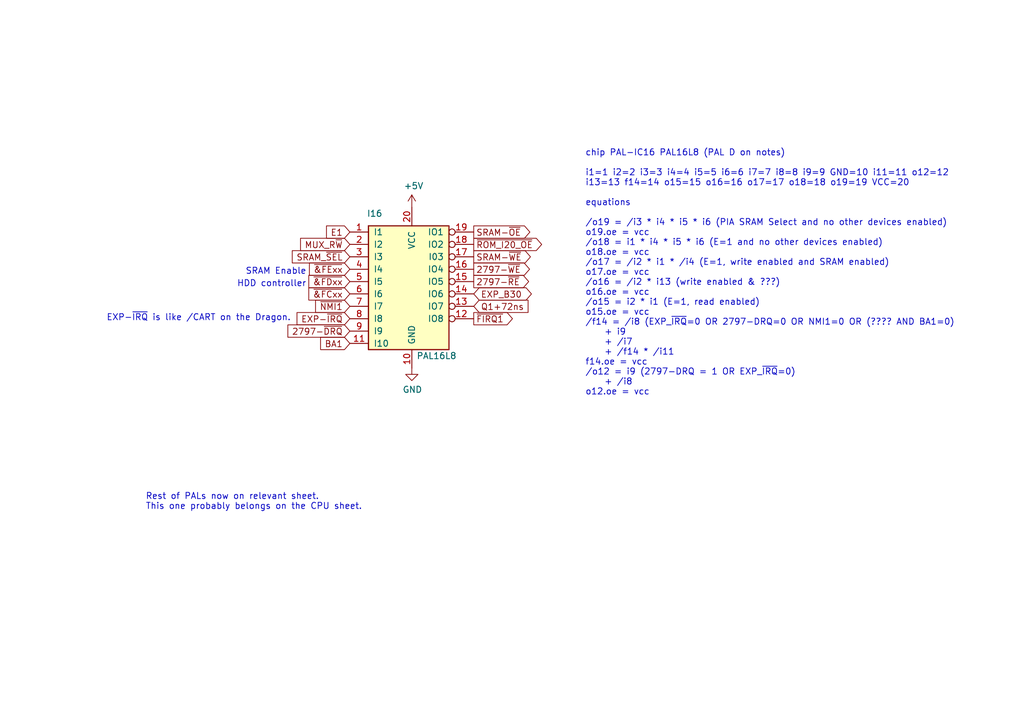
<source format=kicad_sch>
(kicad_sch (version 20211123) (generator eeschema)

  (uuid 163cdeae-7841-4f2c-b738-e36b081d5e19)

  (paper "A5")

  (title_block
    (title "PALs")
    (date "2022-06-08")
    (rev "0.2")
    (company "DragonPlus Electronics")
    (comment 1 "John Whitworth")
    (comment 3 "including Richard Harding's Dragon Beta PCB images.")
    (comment 4 "Reverse Engineering of Dragon Beta from various sources")
  )

  (lib_symbols
    (symbol "Logic_Programmable:PAL16L8" (pin_names (offset 1.016)) (in_bom yes) (on_board yes)
      (property "Reference" "U" (id 0) (at -8.89 16.51 0)
        (effects (font (size 1.27 1.27)) (justify left))
      )
      (property "Value" "PAL16L8" (id 1) (at 1.27 16.51 0)
        (effects (font (size 1.27 1.27)) (justify left))
      )
      (property "Footprint" "" (id 2) (at 0 0 0)
        (effects (font (size 1.27 1.27)) hide)
      )
      (property "Datasheet" "" (id 3) (at 0 0 0)
        (effects (font (size 1.27 1.27)) hide)
      )
      (property "ki_keywords" "PAL PLD 16L8" (id 4) (at 0 0 0)
        (effects (font (size 1.27 1.27)) hide)
      )
      (property "ki_description" "Programmable Logic Array, DIP-20" (id 5) (at 0 0 0)
        (effects (font (size 1.27 1.27)) hide)
      )
      (property "ki_fp_filters" "DIP* PDIP*" (id 6) (at 0 0 0)
        (effects (font (size 1.27 1.27)) hide)
      )
      (symbol "PAL16L8_0_0"
        (pin power_in line (at 0 -15.24 90) (length 3.81)
          (name "GND" (effects (font (size 1.27 1.27))))
          (number "10" (effects (font (size 1.27 1.27))))
        )
        (pin power_in line (at 0 17.78 270) (length 3.81)
          (name "VCC" (effects (font (size 1.27 1.27))))
          (number "20" (effects (font (size 1.27 1.27))))
        )
      )
      (symbol "PAL16L8_0_1"
        (rectangle (start -8.89 13.97) (end 7.62 -11.43)
          (stroke (width 0.254) (type default) (color 0 0 0 0))
          (fill (type background))
        )
      )
      (symbol "PAL16L8_1_1"
        (pin input line (at -12.7 12.7 0) (length 3.81)
          (name "I1" (effects (font (size 1.27 1.27))))
          (number "1" (effects (font (size 1.27 1.27))))
        )
        (pin input line (at -12.7 -10.16 0) (length 3.81)
          (name "I10" (effects (font (size 1.27 1.27))))
          (number "11" (effects (font (size 1.27 1.27))))
        )
        (pin tri_state inverted (at 12.7 -5.08 180) (length 5.08)
          (name "IO8" (effects (font (size 1.27 1.27))))
          (number "12" (effects (font (size 1.27 1.27))))
        )
        (pin tri_state inverted (at 12.7 -2.54 180) (length 5.08)
          (name "IO7" (effects (font (size 1.27 1.27))))
          (number "13" (effects (font (size 1.27 1.27))))
        )
        (pin tri_state inverted (at 12.7 0 180) (length 5.08)
          (name "IO6" (effects (font (size 1.27 1.27))))
          (number "14" (effects (font (size 1.27 1.27))))
        )
        (pin tri_state inverted (at 12.7 2.54 180) (length 5.08)
          (name "IO5" (effects (font (size 1.27 1.27))))
          (number "15" (effects (font (size 1.27 1.27))))
        )
        (pin tri_state inverted (at 12.7 5.08 180) (length 5.08)
          (name "IO4" (effects (font (size 1.27 1.27))))
          (number "16" (effects (font (size 1.27 1.27))))
        )
        (pin tri_state inverted (at 12.7 7.62 180) (length 5.08)
          (name "I03" (effects (font (size 1.27 1.27))))
          (number "17" (effects (font (size 1.27 1.27))))
        )
        (pin tri_state inverted (at 12.7 10.16 180) (length 5.08)
          (name "IO2" (effects (font (size 1.27 1.27))))
          (number "18" (effects (font (size 1.27 1.27))))
        )
        (pin tri_state inverted (at 12.7 12.7 180) (length 5.08)
          (name "IO1" (effects (font (size 1.27 1.27))))
          (number "19" (effects (font (size 1.27 1.27))))
        )
        (pin input line (at -12.7 10.16 0) (length 3.81)
          (name "I2" (effects (font (size 1.27 1.27))))
          (number "2" (effects (font (size 1.27 1.27))))
        )
        (pin input line (at -12.7 7.62 0) (length 3.81)
          (name "I3" (effects (font (size 1.27 1.27))))
          (number "3" (effects (font (size 1.27 1.27))))
        )
        (pin input line (at -12.7 5.08 0) (length 3.81)
          (name "I4" (effects (font (size 1.27 1.27))))
          (number "4" (effects (font (size 1.27 1.27))))
        )
        (pin input line (at -12.7 2.54 0) (length 3.81)
          (name "I5" (effects (font (size 1.27 1.27))))
          (number "5" (effects (font (size 1.27 1.27))))
        )
        (pin input line (at -12.7 0 0) (length 3.81)
          (name "I6" (effects (font (size 1.27 1.27))))
          (number "6" (effects (font (size 1.27 1.27))))
        )
        (pin input line (at -12.7 -2.54 0) (length 3.81)
          (name "I7" (effects (font (size 1.27 1.27))))
          (number "7" (effects (font (size 1.27 1.27))))
        )
        (pin input line (at -12.7 -5.08 0) (length 3.81)
          (name "I8" (effects (font (size 1.27 1.27))))
          (number "8" (effects (font (size 1.27 1.27))))
        )
        (pin input line (at -12.7 -7.62 0) (length 3.81)
          (name "I9" (effects (font (size 1.27 1.27))))
          (number "9" (effects (font (size 1.27 1.27))))
        )
      )
    )
    (symbol "power:+5V" (power) (pin_names (offset 0)) (in_bom yes) (on_board yes)
      (property "Reference" "#PWR" (id 0) (at 0 -3.81 0)
        (effects (font (size 1.27 1.27)) hide)
      )
      (property "Value" "+5V" (id 1) (at 0 3.556 0)
        (effects (font (size 1.27 1.27)))
      )
      (property "Footprint" "" (id 2) (at 0 0 0)
        (effects (font (size 1.27 1.27)) hide)
      )
      (property "Datasheet" "" (id 3) (at 0 0 0)
        (effects (font (size 1.27 1.27)) hide)
      )
      (property "ki_keywords" "power-flag" (id 4) (at 0 0 0)
        (effects (font (size 1.27 1.27)) hide)
      )
      (property "ki_description" "Power symbol creates a global label with name \"+5V\"" (id 5) (at 0 0 0)
        (effects (font (size 1.27 1.27)) hide)
      )
      (symbol "+5V_0_1"
        (polyline
          (pts
            (xy -0.762 1.27)
            (xy 0 2.54)
          )
          (stroke (width 0) (type default) (color 0 0 0 0))
          (fill (type none))
        )
        (polyline
          (pts
            (xy 0 0)
            (xy 0 2.54)
          )
          (stroke (width 0) (type default) (color 0 0 0 0))
          (fill (type none))
        )
        (polyline
          (pts
            (xy 0 2.54)
            (xy 0.762 1.27)
          )
          (stroke (width 0) (type default) (color 0 0 0 0))
          (fill (type none))
        )
      )
      (symbol "+5V_1_1"
        (pin power_in line (at 0 0 90) (length 0) hide
          (name "+5V" (effects (font (size 1.27 1.27))))
          (number "1" (effects (font (size 1.27 1.27))))
        )
      )
    )
    (symbol "power:GND" (power) (pin_names (offset 0)) (in_bom yes) (on_board yes)
      (property "Reference" "#PWR" (id 0) (at 0 -6.35 0)
        (effects (font (size 1.27 1.27)) hide)
      )
      (property "Value" "GND" (id 1) (at 0 -3.81 0)
        (effects (font (size 1.27 1.27)))
      )
      (property "Footprint" "" (id 2) (at 0 0 0)
        (effects (font (size 1.27 1.27)) hide)
      )
      (property "Datasheet" "" (id 3) (at 0 0 0)
        (effects (font (size 1.27 1.27)) hide)
      )
      (property "ki_keywords" "power-flag" (id 4) (at 0 0 0)
        (effects (font (size 1.27 1.27)) hide)
      )
      (property "ki_description" "Power symbol creates a global label with name \"GND\" , ground" (id 5) (at 0 0 0)
        (effects (font (size 1.27 1.27)) hide)
      )
      (symbol "GND_0_1"
        (polyline
          (pts
            (xy 0 0)
            (xy 0 -1.27)
            (xy 1.27 -1.27)
            (xy 0 -2.54)
            (xy -1.27 -1.27)
            (xy 0 -1.27)
          )
          (stroke (width 0) (type default) (color 0 0 0 0))
          (fill (type none))
        )
      )
      (symbol "GND_1_1"
        (pin power_in line (at 0 0 270) (length 0) hide
          (name "GND" (effects (font (size 1.27 1.27))))
          (number "1" (effects (font (size 1.27 1.27))))
        )
      )
    )
  )


  (text "SRAM Enable" (at 62.865 56.515 180)
    (effects (font (size 1.27 1.27)) (justify right bottom))
    (uuid 3761cd20-c69a-474c-91fc-894b62d3ac1f)
  )
  (text "chip PAL-IC16 PAL16L8 (PAL D on notes)\n\ni1=1 i2=2 i3=3 i4=4 i5=5 i6=6 i7=7 i8=8 i9=9 GND=10 i11=11 o12=12 \ni13=13 f14=14 o15=15 o16=16 o17=17 o18=18 o19=19 VCC=20 \n\nequations\n\n/o19 = /i3 * i4 * i5 * i6 (PIA SRAM Select and no other devices enabled)\no19.oe = vcc\n/o18 = i1 * i4 * i5 * i6 (E=1 and no other devices enabled)\no18.oe = vcc\n/o17 = /i2 * i1 * /i4 (E=1, write enabled and SRAM enabled)\no17.oe = vcc\n/o16 = /i2 * i13 (write enabled & ???)\no16.oe = vcc\n/o15 = i2 * i1 (E=1, read enabled)\no15.oe = vcc\n/f14 = /i8 (EXP_~{IRQ}=0 OR 2797-DRQ=0 OR NMI1=0 OR (???? AND BA1=0)\n    + i9\n    + /i7\n    + /f14 * /i11\nf14.oe = vcc\n/o12 = i9 (2797-DRQ = 1 OR EXP_~{IRQ}=0)\n    + /i8\no12.oe = vcc"
    (at 120.015 81.28 0)
    (effects (font (size 1.27 1.27)) (justify left bottom))
    (uuid 96256aed-7e48-4de7-8194-5f108d8d27e1)
  )
  (text "Rest of PALs now on relevant sheet.\nThis one probably belongs on the CPU sheet."
    (at 29.845 104.775 0)
    (effects (font (size 1.27 1.27)) (justify left bottom))
    (uuid e47ae6ca-18b7-4734-ac68-9b9b90892221)
  )
  (text "HDD controller" (at 62.865 59.055 180)
    (effects (font (size 1.27 1.27)) (justify right bottom))
    (uuid f8fe8e2a-77de-46d2-87d3-4311f06e423e)
  )
  (text "EXP-~{IRQ} is like /CART on the Dragon." (at 59.69 66.04 180)
    (effects (font (size 1.27 1.27)) (justify right bottom))
    (uuid fe8e0a44-979d-4339-b38b-3c215fb0caa1)
  )

  (global_label "~{&FDxx}" (shape input) (at 71.755 57.785 180) (fields_autoplaced)
    (effects (font (size 1.27 1.27)) (justify right))
    (uuid 0d0ef83e-1209-419f-9498-88bf85b13457)
    (property "Intersheet References" "${INTERSHEET_REFS}" (id 0) (at 63.4437 57.7056 0)
      (effects (font (size 1.27 1.27)) (justify right) hide)
    )
  )
  (global_label "E1" (shape input) (at 71.755 47.625 180) (fields_autoplaced)
    (effects (font (size 1.27 1.27)) (justify right))
    (uuid 0f36cf76-0c60-4294-9074-5de7ed34453a)
    (property "Intersheet References" "${INTERSHEET_REFS}" (id 0) (at 67.0722 47.5456 0)
      (effects (font (size 1.27 1.27)) (justify right) hide)
    )
  )
  (global_label "EXP_B30" (shape bidirectional) (at 97.155 60.325 0) (fields_autoplaced)
    (effects (font (size 1.27 1.27)) (justify left))
    (uuid 11526b27-64ca-4a25-b7a7-99829444e94d)
    (property "Intersheet References" "${INTERSHEET_REFS}" (id 0) (at 107.7644 60.2456 0)
      (effects (font (size 1.27 1.27)) (justify left) hide)
    )
  )
  (global_label "BA1" (shape input) (at 71.755 70.485 180) (fields_autoplaced)
    (effects (font (size 1.27 1.27)) (justify right))
    (uuid 1d5d6693-eda1-423e-a563-7a2114f51108)
    (property "Intersheet References" "${INTERSHEET_REFS}" (id 0) (at 65.8627 70.5644 0)
      (effects (font (size 1.27 1.27)) (justify right) hide)
    )
  )
  (global_label "2797-~{DRQ}" (shape input) (at 71.755 67.945 180) (fields_autoplaced)
    (effects (font (size 1.27 1.27)) (justify right))
    (uuid 1f92bed2-89a8-41c9-b068-d1372bdda73f)
    (property "Intersheet References" "${INTERSHEET_REFS}" (id 0) (at 59.1498 68.0244 0)
      (effects (font (size 1.27 1.27)) (justify right) hide)
    )
  )
  (global_label "~{ROM_I20_OE}" (shape output) (at 97.155 50.165 0) (fields_autoplaced)
    (effects (font (size 1.27 1.27)) (justify left))
    (uuid 2197dbae-82a7-4488-b5e7-b60b29c3d9f2)
    (property "Intersheet References" "${INTERSHEET_REFS}" (id 0) (at 110.9697 50.0856 0)
      (effects (font (size 1.27 1.27)) (justify left) hide)
    )
  )
  (global_label "~{NMI1}" (shape input) (at 71.755 62.865 180) (fields_autoplaced)
    (effects (font (size 1.27 1.27)) (justify right))
    (uuid 2f7eca62-eda8-4688-8943-eef709bd7317)
    (property "Intersheet References" "${INTERSHEET_REFS}" (id 0) (at 64.8346 62.7856 0)
      (effects (font (size 1.27 1.27)) (justify right) hide)
    )
  )
  (global_label "~{&FExx}" (shape input) (at 71.755 55.245 180) (fields_autoplaced)
    (effects (font (size 1.27 1.27)) (justify right))
    (uuid 38766a90-faac-46f1-9df8-a3947c2d58e5)
    (property "Intersheet References" "${INTERSHEET_REFS}" (id 0) (at 63.5646 55.1656 0)
      (effects (font (size 1.27 1.27)) (justify right) hide)
    )
  )
  (global_label "SRAM_~{SEL}" (shape input) (at 71.755 52.705 180) (fields_autoplaced)
    (effects (font (size 1.27 1.27)) (justify right))
    (uuid 50e19b5c-2a82-4ea0-ba7e-aa7fabf64792)
    (property "Intersheet References" "${INTERSHEET_REFS}" (id 0) (at 60.057 52.7844 0)
      (effects (font (size 1.27 1.27)) (justify right) hide)
    )
  )
  (global_label "EXP-~{IRQ}" (shape input) (at 71.755 65.405 180) (fields_autoplaced)
    (effects (font (size 1.27 1.27)) (justify right))
    (uuid 545f3e2b-a1d7-4e03-907c-7f7883ed3076)
    (property "Intersheet References" "${INTERSHEET_REFS}" (id 0) (at 61.0246 65.3256 0)
      (effects (font (size 1.27 1.27)) (justify right) hide)
    )
  )
  (global_label "SRAM-~{WE}" (shape output) (at 97.155 52.705 0) (fields_autoplaced)
    (effects (font (size 1.27 1.27)) (justify left))
    (uuid 5cab06cf-94fa-4c5d-abc1-110cb0208f01)
    (property "Intersheet References" "${INTERSHEET_REFS}" (id 0) (at 108.6716 52.6256 0)
      (effects (font (size 1.27 1.27)) (justify left) hide)
    )
  )
  (global_label "~{FIRQ1}" (shape output) (at 97.155 65.405 0) (fields_autoplaced)
    (effects (font (size 1.27 1.27)) (justify left))
    (uuid 7e7b977a-e842-40e6-a864-72896bacc217)
    (property "Intersheet References" "${INTERSHEET_REFS}" (id 0) (at 104.9825 65.3256 0)
      (effects (font (size 1.27 1.27)) (justify left) hide)
    )
  )
  (global_label "MUX_R~{W}" (shape input) (at 71.755 50.165 180) (fields_autoplaced)
    (effects (font (size 1.27 1.27)) (justify right))
    (uuid 8f0e1ea6-d278-4117-9e02-aaadcc59362e)
    (property "Intersheet References" "${INTERSHEET_REFS}" (id 0) (at -135.255 17.145 0)
      (effects (font (size 1.27 1.27)) hide)
    )
  )
  (global_label "2797-~{RE}" (shape output) (at 97.155 57.785 0) (fields_autoplaced)
    (effects (font (size 1.27 1.27)) (justify left))
    (uuid 8f4e95b5-16d4-4332-96a6-066913667a9e)
    (property "Intersheet References" "${INTERSHEET_REFS}" (id 0) (at 108.3087 57.7056 0)
      (effects (font (size 1.27 1.27)) (justify left) hide)
    )
  )
  (global_label "~{&FCxx}" (shape input) (at 71.755 60.325 180) (fields_autoplaced)
    (effects (font (size 1.27 1.27)) (justify right))
    (uuid 9b356aa1-742b-401d-b565-abb7eb6bcb5b)
    (property "Intersheet References" "${INTERSHEET_REFS}" (id 0) (at 63.4437 60.2456 0)
      (effects (font (size 1.27 1.27)) (justify right) hide)
    )
  )
  (global_label "SRAM-~{OE}" (shape output) (at 97.155 47.625 0) (fields_autoplaced)
    (effects (font (size 1.27 1.27)) (justify left))
    (uuid a5e505c0-c0af-4f61-a9d4-cf031c548012)
    (property "Intersheet References" "${INTERSHEET_REFS}" (id 0) (at 108.5506 47.5456 0)
      (effects (font (size 1.27 1.27)) (justify left) hide)
    )
  )
  (global_label "2797-~{WE}" (shape output) (at 97.155 55.245 0) (fields_autoplaced)
    (effects (font (size 1.27 1.27)) (justify left))
    (uuid e8ce0cfa-6256-40de-bd64-01db088ea4f1)
    (property "Intersheet References" "${INTERSHEET_REFS}" (id 0) (at 108.4902 55.1656 0)
      (effects (font (size 1.27 1.27)) (justify left) hide)
    )
  )
  (global_label "Q1+72ns" (shape input) (at 97.155 62.865 0) (fields_autoplaced)
    (effects (font (size 1.27 1.27)) (justify left))
    (uuid efc821e5-6f80-4548-b3c8-0b67eb09459f)
    (property "Intersheet References" "${INTERSHEET_REFS}" (id 0) (at 108.1878 62.7856 0)
      (effects (font (size 1.27 1.27)) (justify left) hide)
    )
  )

  (symbol (lib_id "Logic_Programmable:PAL16L8") (at 84.455 60.325 0) (unit 1)
    (in_bom yes) (on_board yes)
    (uuid 00000000-0000-0000-0000-00006186850f)
    (property "Reference" "I16" (id 0) (at 76.835 43.815 0))
    (property "Value" "PAL16L8" (id 1) (at 89.535 73.025 0))
    (property "Footprint" "Package_DIP:DIP-20_W7.62mm" (id 2) (at 84.455 60.325 0)
      (effects (font (size 1.27 1.27)) hide)
    )
    (property "Datasheet" "" (id 3) (at 84.455 60.325 0)
      (effects (font (size 1.27 1.27)) hide)
    )
    (pin "10" (uuid e0eb3519-e476-4db3-9e8f-7d65c7a0b8de))
    (pin "20" (uuid 317f7114-c246-427f-b313-05a2e48a5177))
    (pin "1" (uuid 998a76c6-6c92-4d98-8874-19f805f74304))
    (pin "11" (uuid b561f71d-48d3-4d9c-87b9-0e460e322c06))
    (pin "12" (uuid 8b8ab9f9-9923-4d55-a714-7802b5246781))
    (pin "13" (uuid 5415bf05-f64f-4e38-8fd7-edaa7c742d24))
    (pin "14" (uuid 95d8fdba-9829-48e8-8982-c38e02f78daf))
    (pin "15" (uuid ad641fc3-64dd-4d7c-93f2-37121046aaf4))
    (pin "16" (uuid 13acba29-8d9d-4a74-96b1-a85ed83b6de6))
    (pin "17" (uuid e177c647-07a8-4c4a-ad90-6573f59ada2e))
    (pin "18" (uuid bc48d1f3-b07a-42c5-bf75-83cbac4fea87))
    (pin "19" (uuid 5575cf14-8232-46c8-9473-3d6174d2fe35))
    (pin "2" (uuid a5b9f1d6-cea4-468e-a5f1-ae383f7a1fe0))
    (pin "3" (uuid 4d0cfc25-6ee4-46e1-8faa-4c23fc7f9e76))
    (pin "4" (uuid c4189b9c-2acf-4204-b82c-64f9fb9afd5b))
    (pin "5" (uuid 93d2e9a2-7200-406e-be73-d6352d848b30))
    (pin "6" (uuid b036802f-771e-4fc9-9408-0ca2039168d0))
    (pin "7" (uuid 39806158-0f9e-47da-8862-83d814d27a36))
    (pin "8" (uuid 1b721cfc-92de-4c24-9c15-58a076189580))
    (pin "9" (uuid 6900e8ae-7918-45c1-a1e3-d69ed66b53ad))
  )

  (symbol (lib_id "power:+5V") (at 84.455 42.545 0) (unit 1)
    (in_bom yes) (on_board yes)
    (uuid 00000000-0000-0000-0000-000061868515)
    (property "Reference" "#PWR0272" (id 0) (at 84.455 46.355 0)
      (effects (font (size 1.27 1.27)) hide)
    )
    (property "Value" "+5V" (id 1) (at 84.836 38.1508 0))
    (property "Footprint" "" (id 2) (at 84.455 42.545 0)
      (effects (font (size 1.27 1.27)) hide)
    )
    (property "Datasheet" "" (id 3) (at 84.455 42.545 0)
      (effects (font (size 1.27 1.27)) hide)
    )
    (pin "1" (uuid fce7d76b-2bfb-4eef-9e42-fc041c080995))
  )

  (symbol (lib_id "power:GND") (at 84.455 75.565 0) (unit 1)
    (in_bom yes) (on_board yes)
    (uuid 00000000-0000-0000-0000-00006186851b)
    (property "Reference" "#PWR0277" (id 0) (at 84.455 81.915 0)
      (effects (font (size 1.27 1.27)) hide)
    )
    (property "Value" "GND" (id 1) (at 84.582 79.9592 0))
    (property "Footprint" "" (id 2) (at 84.455 75.565 0)
      (effects (font (size 1.27 1.27)) hide)
    )
    (property "Datasheet" "" (id 3) (at 84.455 75.565 0)
      (effects (font (size 1.27 1.27)) hide)
    )
    (pin "1" (uuid dd31eb64-1182-4c2c-9eeb-37f8591a9058))
  )
)

</source>
